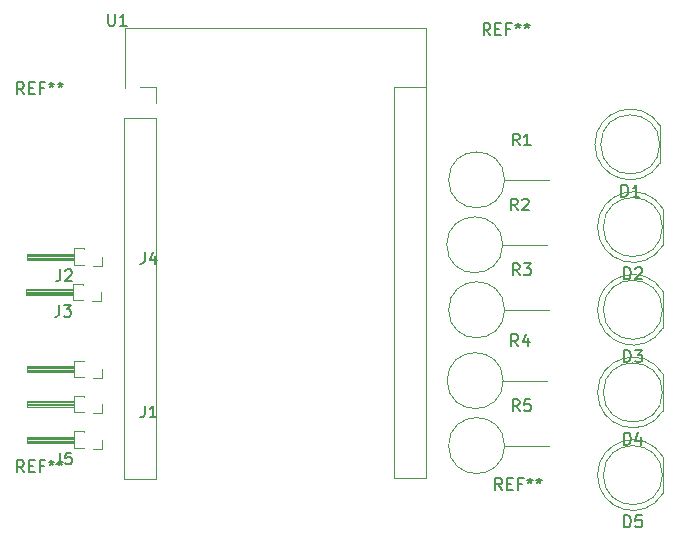
<source format=gbr>
%TF.GenerationSoftware,KiCad,Pcbnew,6.0.4-6f826c9f35~116~ubuntu20.04.1*%
%TF.CreationDate,2022-04-29T17:40:21+02:00*%
%TF.ProjectId,wlap,776c6170-2e6b-4696-9361-645f70636258,rev?*%
%TF.SameCoordinates,Original*%
%TF.FileFunction,Legend,Top*%
%TF.FilePolarity,Positive*%
%FSLAX46Y46*%
G04 Gerber Fmt 4.6, Leading zero omitted, Abs format (unit mm)*
G04 Created by KiCad (PCBNEW 6.0.4-6f826c9f35~116~ubuntu20.04.1) date 2022-04-29 17:40:21*
%MOMM*%
%LPD*%
G01*
G04 APERTURE LIST*
%ADD10C,0.150000*%
%ADD11C,0.120000*%
G04 APERTURE END LIST*
D10*
%TO.C,REF\u002A\u002A*%
X107666666Y-105252380D02*
X107333333Y-104776190D01*
X107095238Y-105252380D02*
X107095238Y-104252380D01*
X107476190Y-104252380D01*
X107571428Y-104300000D01*
X107619047Y-104347619D01*
X107666666Y-104442857D01*
X107666666Y-104585714D01*
X107619047Y-104680952D01*
X107571428Y-104728571D01*
X107476190Y-104776190D01*
X107095238Y-104776190D01*
X108095238Y-104728571D02*
X108428571Y-104728571D01*
X108571428Y-105252380D02*
X108095238Y-105252380D01*
X108095238Y-104252380D01*
X108571428Y-104252380D01*
X109333333Y-104728571D02*
X109000000Y-104728571D01*
X109000000Y-105252380D02*
X109000000Y-104252380D01*
X109476190Y-104252380D01*
X110000000Y-104252380D02*
X110000000Y-104490476D01*
X109761904Y-104395238D02*
X110000000Y-104490476D01*
X110238095Y-104395238D01*
X109857142Y-104680952D02*
X110000000Y-104490476D01*
X110142857Y-104680952D01*
X110761904Y-104252380D02*
X110761904Y-104490476D01*
X110523809Y-104395238D02*
X110761904Y-104490476D01*
X111000000Y-104395238D01*
X110619047Y-104680952D02*
X110761904Y-104490476D01*
X110904761Y-104680952D01*
X67166666Y-103752380D02*
X66833333Y-103276190D01*
X66595238Y-103752380D02*
X66595238Y-102752380D01*
X66976190Y-102752380D01*
X67071428Y-102800000D01*
X67119047Y-102847619D01*
X67166666Y-102942857D01*
X67166666Y-103085714D01*
X67119047Y-103180952D01*
X67071428Y-103228571D01*
X66976190Y-103276190D01*
X66595238Y-103276190D01*
X67595238Y-103228571D02*
X67928571Y-103228571D01*
X68071428Y-103752380D02*
X67595238Y-103752380D01*
X67595238Y-102752380D01*
X68071428Y-102752380D01*
X68833333Y-103228571D02*
X68500000Y-103228571D01*
X68500000Y-103752380D02*
X68500000Y-102752380D01*
X68976190Y-102752380D01*
X69500000Y-102752380D02*
X69500000Y-102990476D01*
X69261904Y-102895238D02*
X69500000Y-102990476D01*
X69738095Y-102895238D01*
X69357142Y-103180952D02*
X69500000Y-102990476D01*
X69642857Y-103180952D01*
X70261904Y-102752380D02*
X70261904Y-102990476D01*
X70023809Y-102895238D02*
X70261904Y-102990476D01*
X70500000Y-102895238D01*
X70119047Y-103180952D02*
X70261904Y-102990476D01*
X70404761Y-103180952D01*
X106666666Y-66752380D02*
X106333333Y-66276190D01*
X106095238Y-66752380D02*
X106095238Y-65752380D01*
X106476190Y-65752380D01*
X106571428Y-65800000D01*
X106619047Y-65847619D01*
X106666666Y-65942857D01*
X106666666Y-66085714D01*
X106619047Y-66180952D01*
X106571428Y-66228571D01*
X106476190Y-66276190D01*
X106095238Y-66276190D01*
X107095238Y-66228571D02*
X107428571Y-66228571D01*
X107571428Y-66752380D02*
X107095238Y-66752380D01*
X107095238Y-65752380D01*
X107571428Y-65752380D01*
X108333333Y-66228571D02*
X108000000Y-66228571D01*
X108000000Y-66752380D02*
X108000000Y-65752380D01*
X108476190Y-65752380D01*
X109000000Y-65752380D02*
X109000000Y-65990476D01*
X108761904Y-65895238D02*
X109000000Y-65990476D01*
X109238095Y-65895238D01*
X108857142Y-66180952D02*
X109000000Y-65990476D01*
X109142857Y-66180952D01*
X109761904Y-65752380D02*
X109761904Y-65990476D01*
X109523809Y-65895238D02*
X109761904Y-65990476D01*
X110000000Y-65895238D01*
X109619047Y-66180952D02*
X109761904Y-65990476D01*
X109904761Y-66180952D01*
X67166666Y-71752380D02*
X66833333Y-71276190D01*
X66595238Y-71752380D02*
X66595238Y-70752380D01*
X66976190Y-70752380D01*
X67071428Y-70800000D01*
X67119047Y-70847619D01*
X67166666Y-70942857D01*
X67166666Y-71085714D01*
X67119047Y-71180952D01*
X67071428Y-71228571D01*
X66976190Y-71276190D01*
X66595238Y-71276190D01*
X67595238Y-71228571D02*
X67928571Y-71228571D01*
X68071428Y-71752380D02*
X67595238Y-71752380D01*
X67595238Y-70752380D01*
X68071428Y-70752380D01*
X68833333Y-71228571D02*
X68500000Y-71228571D01*
X68500000Y-71752380D02*
X68500000Y-70752380D01*
X68976190Y-70752380D01*
X69500000Y-70752380D02*
X69500000Y-70990476D01*
X69261904Y-70895238D02*
X69500000Y-70990476D01*
X69738095Y-70895238D01*
X69357142Y-71180952D02*
X69500000Y-70990476D01*
X69642857Y-71180952D01*
X70261904Y-70752380D02*
X70261904Y-70990476D01*
X70023809Y-70895238D02*
X70261904Y-70990476D01*
X70500000Y-70895238D01*
X70119047Y-71180952D02*
X70261904Y-70990476D01*
X70404761Y-71180952D01*
%TO.C,R5*%
X109143333Y-98582380D02*
X108810000Y-98106190D01*
X108571904Y-98582380D02*
X108571904Y-97582380D01*
X108952857Y-97582380D01*
X109048095Y-97630000D01*
X109095714Y-97677619D01*
X109143333Y-97772857D01*
X109143333Y-97915714D01*
X109095714Y-98010952D01*
X109048095Y-98058571D01*
X108952857Y-98106190D01*
X108571904Y-98106190D01*
X110048095Y-97582380D02*
X109571904Y-97582380D01*
X109524285Y-98058571D01*
X109571904Y-98010952D01*
X109667142Y-97963333D01*
X109905238Y-97963333D01*
X110000476Y-98010952D01*
X110048095Y-98058571D01*
X110095714Y-98153809D01*
X110095714Y-98391904D01*
X110048095Y-98487142D01*
X110000476Y-98534761D01*
X109905238Y-98582380D01*
X109667142Y-98582380D01*
X109571904Y-98534761D01*
X109524285Y-98487142D01*
%TO.C,D1*%
X117766904Y-80412380D02*
X117766904Y-79412380D01*
X118005000Y-79412380D01*
X118147857Y-79460000D01*
X118243095Y-79555238D01*
X118290714Y-79650476D01*
X118338333Y-79840952D01*
X118338333Y-79983809D01*
X118290714Y-80174285D01*
X118243095Y-80269523D01*
X118147857Y-80364761D01*
X118005000Y-80412380D01*
X117766904Y-80412380D01*
X119290714Y-80412380D02*
X118719285Y-80412380D01*
X119005000Y-80412380D02*
X119005000Y-79412380D01*
X118909761Y-79555238D01*
X118814523Y-79650476D01*
X118719285Y-79698095D01*
%TO.C,D4*%
X117991904Y-101412380D02*
X117991904Y-100412380D01*
X118230000Y-100412380D01*
X118372857Y-100460000D01*
X118468095Y-100555238D01*
X118515714Y-100650476D01*
X118563333Y-100840952D01*
X118563333Y-100983809D01*
X118515714Y-101174285D01*
X118468095Y-101269523D01*
X118372857Y-101364761D01*
X118230000Y-101412380D01*
X117991904Y-101412380D01*
X119420476Y-100745714D02*
X119420476Y-101412380D01*
X119182380Y-100364761D02*
X118944285Y-101079047D01*
X119563333Y-101079047D01*
%TO.C,J3*%
X70159166Y-89587380D02*
X70159166Y-90301666D01*
X70111547Y-90444523D01*
X70016309Y-90539761D01*
X69873452Y-90587380D01*
X69778214Y-90587380D01*
X70540119Y-89587380D02*
X71159166Y-89587380D01*
X70825833Y-89968333D01*
X70968690Y-89968333D01*
X71063928Y-90015952D01*
X71111547Y-90063571D01*
X71159166Y-90158809D01*
X71159166Y-90396904D01*
X71111547Y-90492142D01*
X71063928Y-90539761D01*
X70968690Y-90587380D01*
X70682976Y-90587380D01*
X70587738Y-90539761D01*
X70540119Y-90492142D01*
%TO.C,J2*%
X70234166Y-86587380D02*
X70234166Y-87301666D01*
X70186547Y-87444523D01*
X70091309Y-87539761D01*
X69948452Y-87587380D01*
X69853214Y-87587380D01*
X70662738Y-86682619D02*
X70710357Y-86635000D01*
X70805595Y-86587380D01*
X71043690Y-86587380D01*
X71138928Y-86635000D01*
X71186547Y-86682619D01*
X71234166Y-86777857D01*
X71234166Y-86873095D01*
X71186547Y-87015952D01*
X70615119Y-87587380D01*
X71234166Y-87587380D01*
%TO.C,R2*%
X108983333Y-81582380D02*
X108650000Y-81106190D01*
X108411904Y-81582380D02*
X108411904Y-80582380D01*
X108792857Y-80582380D01*
X108888095Y-80630000D01*
X108935714Y-80677619D01*
X108983333Y-80772857D01*
X108983333Y-80915714D01*
X108935714Y-81010952D01*
X108888095Y-81058571D01*
X108792857Y-81106190D01*
X108411904Y-81106190D01*
X109364285Y-80677619D02*
X109411904Y-80630000D01*
X109507142Y-80582380D01*
X109745238Y-80582380D01*
X109840476Y-80630000D01*
X109888095Y-80677619D01*
X109935714Y-80772857D01*
X109935714Y-80868095D01*
X109888095Y-81010952D01*
X109316666Y-81582380D01*
X109935714Y-81582380D01*
%TO.C,J5*%
X70234166Y-102087380D02*
X70234166Y-102801666D01*
X70186547Y-102944523D01*
X70091309Y-103039761D01*
X69948452Y-103087380D01*
X69853214Y-103087380D01*
X71186547Y-102087380D02*
X70710357Y-102087380D01*
X70662738Y-102563571D01*
X70710357Y-102515952D01*
X70805595Y-102468333D01*
X71043690Y-102468333D01*
X71138928Y-102515952D01*
X71186547Y-102563571D01*
X71234166Y-102658809D01*
X71234166Y-102896904D01*
X71186547Y-102992142D01*
X71138928Y-103039761D01*
X71043690Y-103087380D01*
X70805595Y-103087380D01*
X70710357Y-103039761D01*
X70662738Y-102992142D01*
%TO.C,R3*%
X109143333Y-87082380D02*
X108810000Y-86606190D01*
X108571904Y-87082380D02*
X108571904Y-86082380D01*
X108952857Y-86082380D01*
X109048095Y-86130000D01*
X109095714Y-86177619D01*
X109143333Y-86272857D01*
X109143333Y-86415714D01*
X109095714Y-86510952D01*
X109048095Y-86558571D01*
X108952857Y-86606190D01*
X108571904Y-86606190D01*
X109476666Y-86082380D02*
X110095714Y-86082380D01*
X109762380Y-86463333D01*
X109905238Y-86463333D01*
X110000476Y-86510952D01*
X110048095Y-86558571D01*
X110095714Y-86653809D01*
X110095714Y-86891904D01*
X110048095Y-86987142D01*
X110000476Y-87034761D01*
X109905238Y-87082380D01*
X109619523Y-87082380D01*
X109524285Y-87034761D01*
X109476666Y-86987142D01*
%TO.C,J4*%
X77399166Y-85117380D02*
X77399166Y-85831666D01*
X77351547Y-85974523D01*
X77256309Y-86069761D01*
X77113452Y-86117380D01*
X77018214Y-86117380D01*
X78303928Y-85450714D02*
X78303928Y-86117380D01*
X78065833Y-85069761D02*
X77827738Y-85784047D01*
X78446785Y-85784047D01*
%TO.C,U1*%
X74308095Y-64952380D02*
X74308095Y-65761904D01*
X74355714Y-65857142D01*
X74403333Y-65904761D01*
X74498571Y-65952380D01*
X74689047Y-65952380D01*
X74784285Y-65904761D01*
X74831904Y-65857142D01*
X74879523Y-65761904D01*
X74879523Y-64952380D01*
X75879523Y-65952380D02*
X75308095Y-65952380D01*
X75593809Y-65952380D02*
X75593809Y-64952380D01*
X75498571Y-65095238D01*
X75403333Y-65190476D01*
X75308095Y-65238095D01*
%TO.C,D3*%
X117991904Y-94412380D02*
X117991904Y-93412380D01*
X118230000Y-93412380D01*
X118372857Y-93460000D01*
X118468095Y-93555238D01*
X118515714Y-93650476D01*
X118563333Y-93840952D01*
X118563333Y-93983809D01*
X118515714Y-94174285D01*
X118468095Y-94269523D01*
X118372857Y-94364761D01*
X118230000Y-94412380D01*
X117991904Y-94412380D01*
X118896666Y-93412380D02*
X119515714Y-93412380D01*
X119182380Y-93793333D01*
X119325238Y-93793333D01*
X119420476Y-93840952D01*
X119468095Y-93888571D01*
X119515714Y-93983809D01*
X119515714Y-94221904D01*
X119468095Y-94317142D01*
X119420476Y-94364761D01*
X119325238Y-94412380D01*
X119039523Y-94412380D01*
X118944285Y-94364761D01*
X118896666Y-94317142D01*
%TO.C,D2*%
X117991904Y-87412380D02*
X117991904Y-86412380D01*
X118230000Y-86412380D01*
X118372857Y-86460000D01*
X118468095Y-86555238D01*
X118515714Y-86650476D01*
X118563333Y-86840952D01*
X118563333Y-86983809D01*
X118515714Y-87174285D01*
X118468095Y-87269523D01*
X118372857Y-87364761D01*
X118230000Y-87412380D01*
X117991904Y-87412380D01*
X118944285Y-86507619D02*
X118991904Y-86460000D01*
X119087142Y-86412380D01*
X119325238Y-86412380D01*
X119420476Y-86460000D01*
X119468095Y-86507619D01*
X119515714Y-86602857D01*
X119515714Y-86698095D01*
X119468095Y-86840952D01*
X118896666Y-87412380D01*
X119515714Y-87412380D01*
%TO.C,R1*%
X109143333Y-76082380D02*
X108810000Y-75606190D01*
X108571904Y-76082380D02*
X108571904Y-75082380D01*
X108952857Y-75082380D01*
X109048095Y-75130000D01*
X109095714Y-75177619D01*
X109143333Y-75272857D01*
X109143333Y-75415714D01*
X109095714Y-75510952D01*
X109048095Y-75558571D01*
X108952857Y-75606190D01*
X108571904Y-75606190D01*
X110095714Y-76082380D02*
X109524285Y-76082380D01*
X109810000Y-76082380D02*
X109810000Y-75082380D01*
X109714761Y-75225238D01*
X109619523Y-75320476D01*
X109524285Y-75368095D01*
%TO.C,R4*%
X109023333Y-93082380D02*
X108690000Y-92606190D01*
X108451904Y-93082380D02*
X108451904Y-92082380D01*
X108832857Y-92082380D01*
X108928095Y-92130000D01*
X108975714Y-92177619D01*
X109023333Y-92272857D01*
X109023333Y-92415714D01*
X108975714Y-92510952D01*
X108928095Y-92558571D01*
X108832857Y-92606190D01*
X108451904Y-92606190D01*
X109880476Y-92415714D02*
X109880476Y-93082380D01*
X109642380Y-92034761D02*
X109404285Y-92749047D01*
X110023333Y-92749047D01*
%TO.C,J1*%
X77399166Y-98117380D02*
X77399166Y-98831666D01*
X77351547Y-98974523D01*
X77256309Y-99069761D01*
X77113452Y-99117380D01*
X77018214Y-99117380D01*
X78399166Y-99117380D02*
X77827738Y-99117380D01*
X78113452Y-99117380D02*
X78113452Y-98117380D01*
X78018214Y-98260238D01*
X77922976Y-98355476D01*
X77827738Y-98403095D01*
%TO.C,D5*%
X117991904Y-108412380D02*
X117991904Y-107412380D01*
X118230000Y-107412380D01*
X118372857Y-107460000D01*
X118468095Y-107555238D01*
X118515714Y-107650476D01*
X118563333Y-107840952D01*
X118563333Y-107983809D01*
X118515714Y-108174285D01*
X118468095Y-108269523D01*
X118372857Y-108364761D01*
X118230000Y-108412380D01*
X117991904Y-108412380D01*
X119468095Y-107412380D02*
X118991904Y-107412380D01*
X118944285Y-107888571D01*
X118991904Y-107840952D01*
X119087142Y-107793333D01*
X119325238Y-107793333D01*
X119420476Y-107840952D01*
X119468095Y-107888571D01*
X119515714Y-107983809D01*
X119515714Y-108221904D01*
X119468095Y-108317142D01*
X119420476Y-108364761D01*
X119325238Y-108412380D01*
X119087142Y-108412380D01*
X118991904Y-108364761D01*
X118944285Y-108317142D01*
D11*
%TO.C,R5*%
X107870000Y-101500000D02*
X111620000Y-101500000D01*
X107870000Y-101500000D02*
G75*
G03*
X107870000Y-101500000I-2370000J0D01*
G01*
%TO.C,D1*%
X121065000Y-77545000D02*
X121065000Y-74455000D01*
X121065000Y-74455170D02*
G75*
G03*
X115515000Y-76000462I-2560000J-1544830D01*
G01*
X115515000Y-75999538D02*
G75*
G03*
X121065000Y-77544830I2990000J-462D01*
G01*
X121005000Y-76000000D02*
G75*
G03*
X121005000Y-76000000I-2500000J0D01*
G01*
%TO.C,D4*%
X121290000Y-98545000D02*
X121290000Y-95455000D01*
X115740000Y-96999538D02*
G75*
G03*
X121290000Y-98544830I2990000J-462D01*
G01*
X121290000Y-95455170D02*
G75*
G03*
X115740000Y-97000462I-2560000J-1544830D01*
G01*
X121230000Y-97000000D02*
G75*
G03*
X121230000Y-97000000I-2500000J0D01*
G01*
%TO.C,J3*%
X71365000Y-88760000D02*
X67365000Y-88760000D01*
X71365000Y-88700000D02*
X67365000Y-88700000D01*
X71365000Y-88580000D02*
X67365000Y-88580000D01*
X67365000Y-88760000D02*
X67365000Y-88240000D01*
X73685000Y-88500000D02*
X73685000Y-89260000D01*
X72165000Y-87805000D02*
X72165000Y-87880323D01*
X72165000Y-89195000D02*
X71365000Y-89195000D01*
X71365000Y-89195000D02*
X71365000Y-87805000D01*
X73685000Y-89260000D02*
X72925000Y-89260000D01*
X71365000Y-87805000D02*
X72165000Y-87805000D01*
X67365000Y-88240000D02*
X71365000Y-88240000D01*
X71365000Y-88340000D02*
X67365000Y-88340000D01*
X71365000Y-88460000D02*
X67365000Y-88460000D01*
%TO.C,J2*%
X72240000Y-86195000D02*
X71440000Y-86195000D01*
X71440000Y-85340000D02*
X67440000Y-85340000D01*
X71440000Y-86195000D02*
X71440000Y-84805000D01*
X67440000Y-85240000D02*
X71440000Y-85240000D01*
X72240000Y-84805000D02*
X72240000Y-84880323D01*
X71440000Y-85700000D02*
X67440000Y-85700000D01*
X73760000Y-85500000D02*
X73760000Y-86260000D01*
X71440000Y-85760000D02*
X67440000Y-85760000D01*
X73760000Y-86260000D02*
X73000000Y-86260000D01*
X71440000Y-85580000D02*
X67440000Y-85580000D01*
X71440000Y-84805000D02*
X72240000Y-84805000D01*
X71440000Y-85460000D02*
X67440000Y-85460000D01*
X67440000Y-85760000D02*
X67440000Y-85240000D01*
%TO.C,R2*%
X107710000Y-84500000D02*
X111460000Y-84500000D01*
X107710000Y-84500000D02*
G75*
G03*
X107710000Y-84500000I-2370000J0D01*
G01*
%TO.C,J5*%
X71440000Y-101080000D02*
X67440000Y-101080000D01*
X71440000Y-100840000D02*
X67440000Y-100840000D01*
X71440000Y-101695000D02*
X71440000Y-100305000D01*
X72240000Y-101695000D02*
X71440000Y-101695000D01*
X73760000Y-101000000D02*
X73760000Y-101760000D01*
X71440000Y-100305000D02*
X72240000Y-100305000D01*
X72240000Y-100305000D02*
X72240000Y-100380323D01*
X71440000Y-100960000D02*
X67440000Y-100960000D01*
X73760000Y-101760000D02*
X73000000Y-101760000D01*
X71440000Y-101260000D02*
X67440000Y-101260000D01*
X71440000Y-101200000D02*
X67440000Y-101200000D01*
X67440000Y-101260000D02*
X67440000Y-100740000D01*
X67440000Y-100740000D02*
X71440000Y-100740000D01*
%TO.C,R3*%
X107870000Y-90000000D02*
X111620000Y-90000000D01*
X107870000Y-90000000D02*
G75*
G03*
X107870000Y-90000000I-2370000J0D01*
G01*
%TO.C,J4*%
X72240000Y-95695000D02*
X71440000Y-95695000D01*
X72240000Y-94305000D02*
X72240000Y-94380323D01*
X71440000Y-95260000D02*
X67440000Y-95260000D01*
X71440000Y-94840000D02*
X67440000Y-94840000D01*
X73760000Y-95760000D02*
X73000000Y-95760000D01*
X67440000Y-94740000D02*
X71440000Y-94740000D01*
X67440000Y-95260000D02*
X67440000Y-94740000D01*
X71440000Y-95695000D02*
X71440000Y-94305000D01*
X71440000Y-94960000D02*
X67440000Y-94960000D01*
X71440000Y-95200000D02*
X67440000Y-95200000D01*
X71440000Y-95080000D02*
X67440000Y-95080000D01*
X71440000Y-94305000D02*
X72240000Y-94305000D01*
X73760000Y-95000000D02*
X73760000Y-95760000D01*
%TO.C,U1*%
X75670000Y-73770000D02*
X75670000Y-104310000D01*
X75670000Y-73770000D02*
X78330000Y-73770000D01*
X101190000Y-104250000D02*
X98530000Y-104250000D01*
X78330000Y-73770000D02*
X78330000Y-104310000D01*
X101190000Y-104250000D02*
X101190000Y-71170000D01*
X78330000Y-71170000D02*
X78330000Y-72500000D01*
X75730000Y-71230000D02*
X75730000Y-66150000D01*
X75670000Y-104310000D02*
X78330000Y-104310000D01*
X101190000Y-71170000D02*
X98530000Y-71170000D01*
X75730000Y-66150000D02*
X101190000Y-66150000D01*
X77000000Y-71170000D02*
X78330000Y-71170000D01*
X101190000Y-71170000D02*
X101190000Y-66160000D01*
X98530000Y-104250000D02*
X98530000Y-71170000D01*
%TO.C,D3*%
X121290000Y-91545000D02*
X121290000Y-88455000D01*
X121290000Y-88455170D02*
G75*
G03*
X115740000Y-90000462I-2560000J-1544830D01*
G01*
X115740000Y-89999538D02*
G75*
G03*
X121290000Y-91544830I2990000J-462D01*
G01*
X121230000Y-90000000D02*
G75*
G03*
X121230000Y-90000000I-2500000J0D01*
G01*
%TO.C,D2*%
X121290000Y-84545000D02*
X121290000Y-81455000D01*
X115740000Y-82999538D02*
G75*
G03*
X121290000Y-84544830I2990000J-462D01*
G01*
X121290000Y-81455170D02*
G75*
G03*
X115740000Y-83000462I-2560000J-1544830D01*
G01*
X121230000Y-83000000D02*
G75*
G03*
X121230000Y-83000000I-2500000J0D01*
G01*
%TO.C,R1*%
X107870000Y-79000000D02*
X111620000Y-79000000D01*
X107870000Y-79000000D02*
G75*
G03*
X107870000Y-79000000I-2370000J0D01*
G01*
%TO.C,R4*%
X107750000Y-96000000D02*
X111500000Y-96000000D01*
X107750000Y-96000000D02*
G75*
G03*
X107750000Y-96000000I-2370000J0D01*
G01*
%TO.C,J1*%
X71440000Y-98695000D02*
X71440000Y-97305000D01*
X71440000Y-97840000D02*
X67440000Y-97840000D01*
X72240000Y-97305000D02*
X72240000Y-97380323D01*
X71440000Y-97305000D02*
X72240000Y-97305000D01*
X71440000Y-98260000D02*
X67440000Y-98260000D01*
X67440000Y-97740000D02*
X71440000Y-97740000D01*
X71440000Y-97960000D02*
X67440000Y-97960000D01*
X73760000Y-98000000D02*
X73760000Y-98760000D01*
X73760000Y-98760000D02*
X73000000Y-98760000D01*
X71440000Y-98080000D02*
X67440000Y-98080000D01*
X72240000Y-98695000D02*
X71440000Y-98695000D01*
X71440000Y-98200000D02*
X67440000Y-98200000D01*
X67440000Y-98260000D02*
X67440000Y-97740000D01*
%TO.C,D5*%
X121290000Y-105545000D02*
X121290000Y-102455000D01*
X115740000Y-103999538D02*
G75*
G03*
X121290000Y-105544830I2990000J-462D01*
G01*
X121290000Y-102455170D02*
G75*
G03*
X115740000Y-104000462I-2560000J-1544830D01*
G01*
X121230000Y-104000000D02*
G75*
G03*
X121230000Y-104000000I-2500000J0D01*
G01*
%TD*%
M02*

</source>
